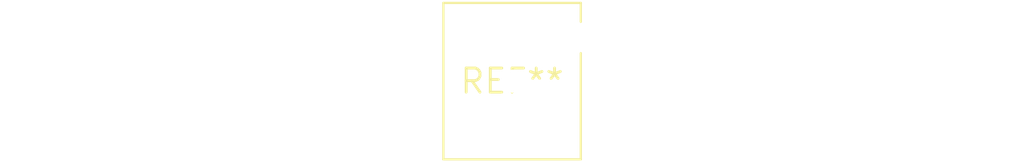
<source format=kicad_pcb>
(kicad_pcb (version 20240108) (generator pcbnew)
  (layers (0 "F.Cu" signal) (31 "B.Cu" signal) (34 "B.Paste" user) (35 "F.Paste" user) (36 "B.SilkS" user "B.Silkscreen") (37 "F.SilkS" user "F.Silkscreen") (38 "B.Mask" user) (39 "F.Mask" user) (44 "Edge.Cuts" user))
  (net 0 "")
  (footprint "R_Radial_Power_L7.0mm_W8.0mm_Px2.40mm_Py2.30mm" (layer "F.Cu") (at 0 0)
    (property "Reference" "REF**")
    (property "Value" "R_Radial_Power_L7.0mm_W8.0mm_Px2.40mm_Py2.30mm")
    (fp_line (start -3.62 -4.12) (end -3.62 4.12) (layer "F.SilkS") (stroke (width 0.12)))
    (fp_line (start -3.62 -4.12) (end 3.62 -4.12) (layer "F.SilkS") (stroke (width 0.12)))
    (fp_line (start -3.62 4.12) (end 3.62 4.12) (layer "F.SilkS") (stroke (width 0.12)))
    (fp_line (start 3.62 -4.12) (end 3.62 -3.125) (layer "F.SilkS") (stroke (width 0.12)))
    (fp_line (start 3.62 -1.475) (end 3.62 4.12) (layer "F.SilkS") (stroke (width 0.12)))
    (pad "1" thru_hole circle (at 0 0) (size 2.4 2.4) (drill 1.2) (layers *.Cu *.Mask) (remove_unused_layers))
    (pad "2" thru_hole circle (at 2.4 -2.3) (size 2.4 2.4) (drill 1.2) (layers *.Cu *.Mask) (remove_unused_layers))
  )
)
</source>
